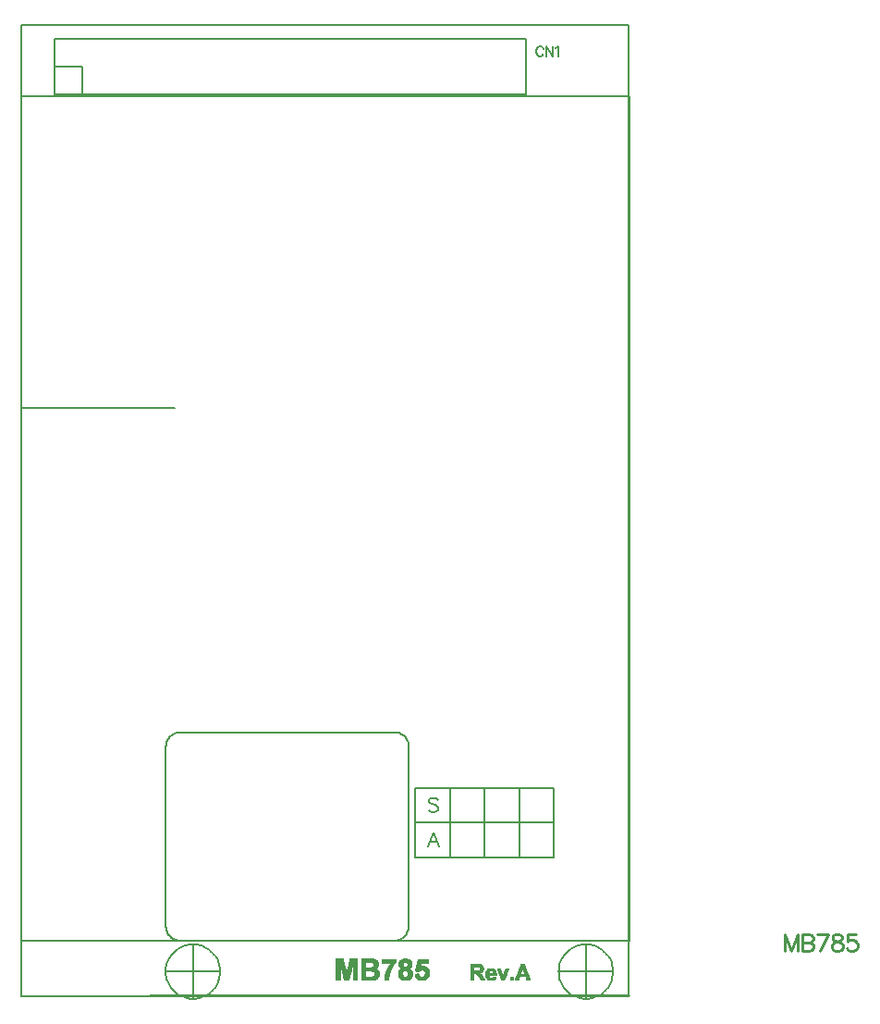
<source format=gbr>
%FSTAX23Y23*%
%MOIN*%
%SFA1B1*%

%IPPOS*%
%ADD10C,0.010000*%
%ADD11C,0.005000*%
%ADD13C,0.008000*%
%ADD34C,0.007000*%
%ADD35C,0.006000*%
%ADD36C,0.001000*%
%LNmb785a-1*%
%LPD*%
G54D10*
X-02495Y-0153D02*
Y-0159D01*
Y-0153D02*
X-02472Y-0159D01*
X-02449Y-0153D02*
X-02472Y-0159D01*
X-02449Y-0153D02*
Y-0159D01*
X-02432Y-0153D02*
Y-0159D01*
Y-0153D02*
X-02406D01*
X-02398Y-01533*
X-02395Y-01536*
X-02392Y-01541*
Y-01547*
X-02395Y-01553*
X-02398Y-01556*
X-02406Y-01559*
X-02432D02*
X-02406D01*
X-02398Y-01561*
X-02395Y-01564*
X-02392Y-0157*
Y-01579*
X-02395Y-01584*
X-02398Y-01587*
X-02406Y-0159*
X-02432*
X-02339Y-0153D02*
X-02367Y-0159D01*
X-02379Y-0153D02*
X-02339D01*
X-02311D02*
X-0232Y-01533D01*
X-02322Y-01539*
Y-01544*
X-0232Y-0155*
X-02314Y-01553*
X-02302Y-01556*
X-02294Y-01559*
X-02288Y-01564*
X-02285Y-0157*
Y-01579*
X-02288Y-01584*
X-02291Y-01587*
X-023Y-0159*
X-02311*
X-0232Y-01587*
X-02322Y-01584*
X-02325Y-01579*
Y-0157*
X-02322Y-01564*
X-02317Y-01559*
X-02308Y-01556*
X-02297Y-01553*
X-02291Y-0155*
X-02288Y-01544*
Y-01539*
X-02291Y-01533*
X-023Y-0153*
X-02311*
X-02238D02*
X-02266D01*
X-02269Y-01556*
X-02266Y-01553*
X-02258Y-0155*
X-02249*
X-0224Y-01553*
X-02235Y-01559*
X-02232Y-01567*
Y-01573*
X-02235Y-01581*
X-0224Y-01587*
X-02249Y-0159*
X-02258*
X-02266Y-01587*
X-02269Y-01584*
X-02272Y-01579*
G54D11*
X-05246Y-01752D02*
X-03056D01*
Y01748*
X-05246D02*
X-03056D01*
X-05246Y-01752D02*
Y01748D01*
Y00368D02*
X-04694D01*
X-0463Y-01664D02*
X-0453D01*
X-04726D02*
X-0463D01*
X-04628Y-01762D02*
Y-01567D01*
X-03212Y-01664D02*
X-03113D01*
X-03309D02*
X-03212D01*
X-03211Y-01762D02*
Y-01567D01*
X-04785Y-0175D02*
X-03055D01*
Y-01552D02*
Y01492D01*
X-05246D02*
X-03055D01*
X-05246Y-01552D02*
X-03055D01*
X-03851Y-00852D02*
D01*
X-03851Y-00848*
X-03851Y-00845*
X-03852Y-00841*
X-03852Y-00838*
X-03854Y-00834*
X-03855Y-00831*
X-03856Y-00828*
X-03858Y-00825*
X-0386Y-00822*
X-03862Y-00819*
X-03865Y-00817*
X-03867Y-00814*
X-0387Y-00812*
X-03873Y-0081*
X-03876Y-00808*
X-03879Y-00807*
X-03882Y-00805*
X-03885Y-00804*
X-03888Y-00803*
X-03892Y-00802*
X-03895Y-00802*
X-03899Y-00802*
X-03901Y-00802*
Y-01552D02*
D01*
X-03897Y-01551*
X-03894Y-01551*
X-0389Y-0155*
X-03887Y-0155*
X-03883Y-01548*
X-0388Y-01547*
X-03877Y-01546*
X-03874Y-01544*
X-03871Y-01542*
X-03868Y-0154*
X-03866Y-01537*
X-03863Y-01535*
X-03861Y-01532*
X-03859Y-01529*
X-03857Y-01527*
X-03856Y-01523*
X-03854Y-0152*
X-03853Y-01517*
X-03852Y-01514*
X-03851Y-0151*
X-03851Y-01507*
X-03851Y-01503*
X-03851Y-01502*
X-04676Y-00802D02*
D01*
X-04679Y-00802*
X-04682Y-00802*
X-04686Y-00803*
X-04689Y-00803*
X-04693Y-00805*
X-04696Y-00806*
X-04699Y-00807*
X-04702Y-00809*
X-04705Y-00811*
X-04708Y-00813*
X-0471Y-00816*
X-04713Y-00818*
X-04715Y-00821*
X-04717Y-00824*
X-04719Y-00827*
X-0472Y-0083*
X-04722Y-00833*
X-04723Y-00836*
X-04724Y-00839*
X-04725Y-00843*
X-04725Y-00846*
X-04725Y-0085*
X-04726Y-00852*
Y-01502D02*
D01*
X-04725Y-01505*
X-04725Y-01508*
X-04724Y-01512*
X-04724Y-01515*
X-04722Y-01519*
X-04721Y-01522*
X-0472Y-01525*
X-04718Y-01528*
X-04716Y-01531*
X-04714Y-01534*
X-04711Y-01536*
X-04709Y-01539*
X-04706Y-01541*
X-04703Y-01543*
X-04701Y-01545*
X-04697Y-01546*
X-04694Y-01548*
X-04691Y-01549*
X-04688Y-0155*
X-04684Y-01551*
X-04681Y-01551*
X-04677Y-01551*
X-04676Y-01552*
X-03056Y-01752D02*
Y01748D01*
X-05246D02*
X-03056D01*
X-03055Y-01552D02*
Y01492D01*
X-03056Y-01752D02*
Y01748D01*
X-05246D02*
X-03056D01*
X-05246Y-01752D02*
X-03056D01*
X-04786D02*
X-03056D01*
Y01553D01*
X-05246Y-01752D02*
Y01748D01*
X-04676Y-01552D02*
X-03901D01*
X-04676Y-00802D02*
X-03901D01*
X-03851Y-01502D02*
Y-00852D01*
X-04726Y-01502D02*
Y-00852D01*
G54D13*
X-03742Y-01213D02*
X-03761Y-01163D01*
X-0378Y-01213*
X-03773Y-01196D02*
X-03749D01*
X-03745Y-01045D02*
X-0375Y-0104D01*
X-03757Y-01038*
X-03767*
X-03774Y-0104*
X-03779Y-01045*
Y-0105*
X-03776Y-01054*
X-03774Y-01057*
X-03769Y-01059*
X-03755Y-01064*
X-0375Y-01066*
X-03748Y-01069*
X-03745Y-01073*
Y-01081*
X-0375Y-01085*
X-03757Y-01088*
X-03767*
X-03774Y-01085*
X-03779Y-01081*
G54D34*
X-03826Y-01002D02*
X-03326D01*
Y-01252D02*
Y-01002D01*
X-03826Y-01252D02*
X-03326D01*
X-03826D02*
Y-01002D01*
X-03701Y-01252D02*
Y-01002D01*
X-03576Y-01252D02*
Y-01002D01*
X-03451Y-01252D02*
Y-01002D01*
X-03326Y-01252D02*
Y-01002D01*
X-03826Y-01127D02*
X-03326D01*
G54D35*
X-04531Y-01664D02*
D01*
X-04531Y-01657*
X-04531Y-0165*
X-04533Y-01643*
X-04534Y-01636*
X-04536Y-0163*
X-04539Y-01624*
X-04542Y-01617*
X-04545Y-01612*
X-04549Y-01606*
X-04553Y-01601*
X-04558Y-01595*
X-04563Y-01591*
X-04568Y-01586*
X-04574Y-01582*
X-0458Y-01579*
X-04586Y-01575*
X-04592Y-01573*
X-04598Y-0157*
X-04605Y-01568*
X-04611Y-01567*
X-04618Y-01566*
X-04625Y-01566*
X-04632*
X-04639Y-01566*
X-04646Y-01567*
X-04652Y-01568*
X-04659Y-0157*
X-04665Y-01573*
X-04671Y-01575*
X-04678Y-01579*
X-04683Y-01582*
X-04689Y-01586*
X-04694Y-01591*
X-04699Y-01595*
X-04704Y-01601*
X-04708Y-01606*
X-04712Y-01612*
X-04715Y-01617*
X-04718Y-01624*
X-04721Y-0163*
X-04723Y-01636*
X-04724Y-01643*
X-04726Y-0165*
X-04726Y-01657*
X-04727Y-01664*
X-04726Y-0167*
X-04726Y-01677*
X-04724Y-01684*
X-04723Y-01691*
X-04721Y-01697*
X-04718Y-01703*
X-04715Y-0171*
X-04712Y-01715*
X-04708Y-01721*
X-04704Y-01726*
X-04699Y-01732*
X-04694Y-01736*
X-04689Y-01741*
X-04683Y-01745*
X-04678Y-01748*
X-04671Y-01752*
X-04665Y-01754*
X-04659Y-01757*
X-04652Y-01759*
X-04646Y-0176*
X-04639Y-01761*
X-04632Y-01761*
X-04625*
X-04618Y-01761*
X-04611Y-0176*
X-04605Y-01759*
X-04598Y-01757*
X-04592Y-01754*
X-04586Y-01752*
X-0458Y-01748*
X-04574Y-01745*
X-04568Y-01741*
X-04563Y-01736*
X-04558Y-01732*
X-04553Y-01726*
X-04549Y-01721*
X-04545Y-01715*
X-04542Y-0171*
X-04539Y-01703*
X-04536Y-01697*
X-04534Y-01691*
X-04533Y-01684*
X-04531Y-01677*
X-04531Y-0167*
X-04531Y-01664*
X-03114D02*
D01*
X-03114Y-01657*
X-03114Y-0165*
X-03116Y-01643*
X-03117Y-01636*
X-03119Y-0163*
X-03122Y-01624*
X-03125Y-01617*
X-03128Y-01612*
X-03132Y-01606*
X-03136Y-01601*
X-03141Y-01595*
X-03146Y-01591*
X-03151Y-01586*
X-03157Y-01582*
X-03163Y-01579*
X-03169Y-01575*
X-03175Y-01573*
X-03181Y-0157*
X-03188Y-01568*
X-03194Y-01567*
X-03201Y-01566*
X-03208Y-01566*
X-03215*
X-03222Y-01566*
X-03229Y-01567*
X-03235Y-01568*
X-03242Y-0157*
X-03248Y-01573*
X-03254Y-01575*
X-03261Y-01579*
X-03266Y-01582*
X-03272Y-01586*
X-03277Y-01591*
X-03282Y-01595*
X-03287Y-01601*
X-03291Y-01606*
X-03295Y-01612*
X-03298Y-01617*
X-03301Y-01624*
X-03304Y-0163*
X-03306Y-01636*
X-03307Y-01643*
X-03309Y-0165*
X-03309Y-01657*
X-0331Y-01664*
X-03309Y-0167*
X-03309Y-01677*
X-03307Y-01684*
X-03306Y-01691*
X-03304Y-01697*
X-03301Y-01703*
X-03298Y-0171*
X-03295Y-01715*
X-03291Y-01721*
X-03287Y-01726*
X-03282Y-01732*
X-03277Y-01736*
X-03272Y-01741*
X-03266Y-01745*
X-03261Y-01748*
X-03254Y-01752*
X-03248Y-01754*
X-03242Y-01757*
X-03235Y-01759*
X-03229Y-0176*
X-03222Y-01761*
X-03215Y-01761*
X-03208*
X-03201Y-01761*
X-03194Y-0176*
X-03188Y-01759*
X-03181Y-01757*
X-03175Y-01754*
X-03169Y-01752*
X-03162Y-01748*
X-03157Y-01745*
X-03151Y-01741*
X-03146Y-01736*
X-03141Y-01732*
X-03136Y-01726*
X-03132Y-01721*
X-03128Y-01715*
X-03125Y-0171*
X-03122Y-01703*
X-03119Y-01697*
X-03117Y-01691*
X-03116Y-01684*
X-03114Y-01677*
X-03114Y-0167*
X-03114Y-01664*
X-05026Y01498D02*
Y01598D01*
X-05126D02*
X-05026D01*
X-05126Y01698D02*
X-03426D01*
Y01498D02*
Y01698D01*
X-05126Y01498D02*
X-03426D01*
X-05126D02*
Y01698D01*
X-03364Y01662D02*
X-03366Y01666D01*
X-03369Y01669*
X-03373Y01671*
X-0338*
X-03383Y01669*
X-03387Y01666*
X-03388Y01662*
X-0339Y01657*
Y01649*
X-03388Y01644*
X-03387Y0164*
X-03383Y01637*
X-0338Y01635*
X-03373*
X-03369Y01637*
X-03366Y0164*
X-03364Y01644*
X-03354Y01671D02*
Y01635D01*
Y01671D02*
X-0333Y01635D01*
Y01671D02*
Y01635D01*
X-0332Y01664D02*
X-03317Y01666D01*
X-03312Y01671*
Y01635*
G54D36*
X-0387Y-01617D02*
X-03857D01*
X-04022D02*
X-03979D01*
X-04063D02*
X-04037D01*
X-04114D02*
X-04088D01*
X-03818Y-01618D02*
X-0378D01*
X-03874D02*
X-03853D01*
X-03949D02*
X-03898D01*
X-04022D02*
X-03974D01*
X-04063D02*
X-04037D01*
X-04114D02*
X-04088D01*
X-03818Y-01619D02*
X-0378D01*
X-03876D02*
X-03851D01*
X-03949D02*
X-03898D01*
X-04022D02*
X-03972D01*
X-04063D02*
X-04037D01*
X-04114D02*
X-04088D01*
X-03819Y-0162D02*
X-0378D01*
X-03878D02*
X-03849D01*
X-03949D02*
X-03898D01*
X-04022D02*
X-0397D01*
X-04063D02*
X-04037D01*
X-04114D02*
X-04088D01*
X-03819Y-01621D02*
X-0378D01*
X-0388D02*
X-03847D01*
X-03949D02*
X-03898D01*
X-04022D02*
X-03969D01*
X-04064D02*
X-04037D01*
X-04114D02*
X-04087D01*
X-03819Y-01622D02*
X-0378D01*
X-03881D02*
X-03846D01*
X-03949D02*
X-03898D01*
X-04022D02*
X-03967D01*
X-04064D02*
X-04037D01*
X-04114D02*
X-04087D01*
X-03819Y-01623D02*
X-0378D01*
X-03882D02*
X-03845D01*
X-03949D02*
X-03898D01*
X-04022D02*
X-03966D01*
X-04064D02*
X-04037D01*
X-04114D02*
X-04087D01*
X-03819Y-01624D02*
X-0378D01*
X-03883D02*
X-03844D01*
X-03949D02*
X-03898D01*
X-04022D02*
X-03965D01*
X-04064D02*
X-04037D01*
X-04114D02*
X-04087D01*
X-0382Y-01625D02*
X-0378D01*
X-03883D02*
X-03844D01*
X-03949D02*
X-03898D01*
X-04022D02*
X-03965D01*
X-04065D02*
X-04037D01*
X-04114D02*
X-04086D01*
X-0382Y-01626D02*
X-0378D01*
X-03884D02*
X-03843D01*
X-03949D02*
X-03898D01*
X-04022D02*
X-03964D01*
X-04065D02*
X-04037D01*
X-04114D02*
X-04086D01*
X-0382Y-01627D02*
X-0378D01*
X-03885D02*
X-03842D01*
X-03949D02*
X-03898D01*
X-04022D02*
X-03963D01*
X-04065D02*
X-04037D01*
X-04114D02*
X-04086D01*
X-0382Y-01628D02*
X-0378D01*
X-03885D02*
X-03842D01*
X-03949D02*
X-03898D01*
X-04022D02*
X-03963D01*
X-04065D02*
X-04037D01*
X-04114D02*
X-04086D01*
X-0382Y-01629D02*
X-0378D01*
X-0386D02*
X-03841D01*
X-03886D02*
X-03867D01*
X-03949D02*
X-03899D01*
X-04022D02*
X-03962D01*
X-04066D02*
X-04037D01*
X-04114D02*
X-04085D01*
X-03821Y-0163D02*
X-0378D01*
X-03858D02*
X-03841D01*
X-03886D02*
X-03869D01*
X-03949D02*
X-03899D01*
X-03983D02*
X-03962D01*
X-04022D02*
X-04007D01*
X-04066D02*
X-04037D01*
X-04114D02*
X-04085D01*
X-03821Y-01631D02*
X-0378D01*
X-03857D02*
X-03841D01*
X-03886D02*
X-0387D01*
X-03949D02*
X-039D01*
X-0398D02*
X-03962D01*
X-04022D02*
X-04007D01*
X-04066D02*
X-04037D01*
X-04114D02*
X-04085D01*
X-03821Y-01632D02*
X-0378D01*
X-03856D02*
X-0384D01*
X-03887D02*
X-03871D01*
X-03949D02*
X-03901D01*
X-03979D02*
X-03961D01*
X-04022D02*
X-04007D01*
X-04066D02*
X-04037D01*
X-04114D02*
X-04085D01*
X-03821Y-01633D02*
X-03806D01*
X-03856D02*
X-0384D01*
X-03887D02*
X-03871D01*
X-03915D02*
X-03902D01*
X-03978D02*
X-03961D01*
X-04022D02*
X-04007D01*
X-04052D02*
X-04037D01*
X-04067D02*
X-04053D01*
X-04098D02*
X-04084D01*
X-04114D02*
X-04099D01*
X-03821Y-01634D02*
X-03806D01*
X-03855D02*
X-0384D01*
X-03887D02*
X-03871D01*
X-03916D02*
X-03903D01*
X-03977D02*
X-03961D01*
X-04022D02*
X-04007D01*
X-04052D02*
X-04037D01*
X-04067D02*
X-04053D01*
X-04098D02*
X-04084D01*
X-04114D02*
X-04099D01*
X-03822Y-01635D02*
X-03807D01*
X-03855D02*
X-0384D01*
X-03887D02*
X-03872D01*
X-03917D02*
X-03904D01*
X-03977D02*
X-03961D01*
X-04022D02*
X-04007D01*
X-04052D02*
X-04037D01*
X-04067D02*
X-04053D01*
X-04098D02*
X-04084D01*
X-04114D02*
X-04099D01*
X-03446Y-01636D02*
X-03435D01*
X-03629D02*
X-03596D01*
X-03822D02*
X-03807D01*
X-03855D02*
X-0384D01*
X-03887D02*
X-03872D01*
X-03918D02*
X-03904D01*
X-03976D02*
X-03961D01*
X-04022D02*
X-04007D01*
X-04052D02*
X-04037D01*
X-04067D02*
X-04053D01*
X-04098D02*
X-04084D01*
X-04114D02*
X-04099D01*
X-03447Y-01637D02*
X-03434D01*
X-03629D02*
X-03591D01*
X-03822D02*
X-03807D01*
X-03855D02*
X-0384D01*
X-03887D02*
X-03872D01*
X-03919D02*
X-03905D01*
X-03976D02*
X-03961D01*
X-04022D02*
X-04007D01*
X-04052D02*
X-04037D01*
X-04068D02*
X-04053D01*
X-04098D02*
X-04083D01*
X-04114D02*
X-04099D01*
X-03447Y-01638D02*
X-03434D01*
X-03629D02*
X-03589D01*
X-03822D02*
X-03807D01*
X-03855D02*
X-0384D01*
X-03887D02*
X-03872D01*
X-03919D02*
X-03906D01*
X-03976D02*
X-03961D01*
X-04022D02*
X-04007D01*
X-04052D02*
X-04037D01*
X-04068D02*
X-04054D01*
X-04097D02*
X-04083D01*
X-04114D02*
X-04099D01*
X-03447Y-01639D02*
X-03434D01*
X-03629D02*
X-03588D01*
X-03822D02*
X-03807D01*
X-03855D02*
X-0384D01*
X-03887D02*
X-03872D01*
X-0392D02*
X-03906D01*
X-03976D02*
X-03961D01*
X-04022D02*
X-04007D01*
X-04052D02*
X-04037D01*
X-04068D02*
X-04054D01*
X-04097D02*
X-04083D01*
X-04114D02*
X-04099D01*
X-03448Y-0164D02*
X-03433D01*
X-03629D02*
X-03587D01*
X-03823D02*
X-03808D01*
X-03855D02*
X-0384D01*
X-03887D02*
X-03872D01*
X-03921D02*
X-03907D01*
X-03976D02*
X-03961D01*
X-04022D02*
X-04007D01*
X-04052D02*
X-04037D01*
X-04068D02*
X-04054D01*
X-04097D02*
X-04083D01*
X-04114D02*
X-04099D01*
X-03448Y-01641D02*
X-03433D01*
X-03629D02*
X-03586D01*
X-03823D02*
X-03808D01*
X-03856D02*
X-03841D01*
X-03886D02*
X-03871D01*
X-03921D02*
X-03908D01*
X-03976D02*
X-03962D01*
X-04022D02*
X-04007D01*
X-04052D02*
X-04037D01*
X-04069D02*
X-04054D01*
X-04097D02*
X-04082D01*
X-04114D02*
X-04099D01*
X-03449Y-01642D02*
X-03433D01*
X-03629D02*
X-03585D01*
X-03823D02*
X-03808D01*
X-03856D02*
X-03841D01*
X-03886D02*
X-03871D01*
X-03922D02*
X-03908D01*
X-03977D02*
X-03962D01*
X-04022D02*
X-04007D01*
X-04052D02*
X-04037D01*
X-04069D02*
X-04055D01*
X-04096D02*
X-04082D01*
X-04114D02*
X-04099D01*
X-03449Y-01643D02*
X-03432D01*
X-03629D02*
X-03584D01*
X-03823D02*
X-03808D01*
X-03856D02*
X-03841D01*
X-03886D02*
X-03871D01*
X-03923D02*
X-03909D01*
X-03977D02*
X-03962D01*
X-04022D02*
X-04007D01*
X-04052D02*
X-04037D01*
X-04069D02*
X-04055D01*
X-04096D02*
X-04082D01*
X-04114D02*
X-04099D01*
X-03449Y-01644D02*
X-03432D01*
X-03629D02*
X-03584D01*
X-03803D02*
X-03795D01*
X-03824D02*
X-03809D01*
X-03857D02*
X-03842D01*
X-03885D02*
X-0387D01*
X-03923D02*
X-0391D01*
X-03978D02*
X-03963D01*
X-04022D02*
X-04007D01*
X-04052D02*
X-04037D01*
X-04069D02*
X-04055D01*
X-04096D02*
X-04082D01*
X-04114D02*
X-04099D01*
X-0345Y-01645D02*
X-03431D01*
X-03629D02*
X-03583D01*
X-03806D02*
X-03791D01*
X-03824D02*
X-03809D01*
X-03858D02*
X-03842D01*
X-03885D02*
X-03869D01*
X-03924D02*
X-0391D01*
X-03979D02*
X-03963D01*
X-04022D02*
X-04007D01*
X-04052D02*
X-04037D01*
X-0407D02*
X-04055D01*
X-04096D02*
X-04081D01*
X-04114D02*
X-04099D01*
X-0345Y-01646D02*
X-03431D01*
X-03598D02*
X-03583D01*
X-03629D02*
X-03618D01*
X-03808D02*
X-03789D01*
X-03824D02*
X-03809D01*
X-0386D02*
X-03843D01*
X-03884D02*
X-03867D01*
X-03925D02*
X-03911D01*
X-03981D02*
X-03964D01*
X-04022D02*
X-04007D01*
X-04052D02*
X-04037D01*
X-0407D02*
X-04056D01*
X-04095D02*
X-04081D01*
X-04114D02*
X-04099D01*
X-0345Y-01647D02*
X-03431D01*
X-03596D02*
X-03583D01*
X-03629D02*
X-03618D01*
X-03824D02*
X-03788D01*
X-03883D02*
X-03844D01*
X-03925D02*
X-03911D01*
X-03983D02*
X-03964D01*
X-04022D02*
X-04007D01*
X-04052D02*
X-04037D01*
X-0407D02*
X-04056D01*
X-04095D02*
X-04081D01*
X-04114D02*
X-04099D01*
X-03451Y-01648D02*
X-0343D01*
X-03594D02*
X-03582D01*
X-03629D02*
X-03618D01*
X-03824D02*
X-03786D01*
X-03882D02*
X-03845D01*
X-03926D02*
X-03912D01*
X-04022D02*
X-03965D01*
X-04052D02*
X-04037D01*
X-0407D02*
X-04056D01*
X-04095D02*
X-04081D01*
X-04114D02*
X-04099D01*
X-03451Y-01649D02*
X-0343D01*
X-03594D02*
X-03582D01*
X-03629D02*
X-03618D01*
X-03825D02*
X-03785D01*
X-03881D02*
X-03846D01*
X-03926D02*
X-03912D01*
X-04022D02*
X-03966D01*
X-04052D02*
X-04037D01*
X-04071D02*
X-04056D01*
X-04095D02*
X-0408D01*
X-04114D02*
X-04099D01*
X-0344Y-0165D02*
X-0343D01*
X-03452D02*
X-03441D01*
X-03593D02*
X-03582D01*
X-03629D02*
X-03618D01*
X-03825D02*
X-03784D01*
X-0388D02*
X-03847D01*
X-03927D02*
X-03913D01*
X-04022D02*
X-03967D01*
X-04052D02*
X-04037D01*
X-04071D02*
X-04057D01*
X-04094D02*
X-0408D01*
X-04114D02*
X-04099D01*
X-0344Y-01651D02*
X-03429D01*
X-03452D02*
X-03441D01*
X-03559D02*
X-0355D01*
X-03593D02*
X-03582D01*
X-03629D02*
X-03618D01*
X-03825D02*
X-03783D01*
X-03878D02*
X-03849D01*
X-03927D02*
X-03913D01*
X-04022D02*
X-03968D01*
X-04052D02*
X-04037D01*
X-04071D02*
X-04057D01*
X-04094D02*
X-0408D01*
X-04114D02*
X-04099D01*
X-0344Y-01652D02*
X-03429D01*
X-03452D02*
X-03441D01*
X-03502D02*
X-03491D01*
X-03532D02*
X-03521D01*
X-03562D02*
X-03547D01*
X-03593D02*
X-03582D01*
X-03629D02*
X-03618D01*
X-03825D02*
X-03782D01*
X-03876D02*
X-03851D01*
X-03928D02*
X-03914D01*
X-04022D02*
X-0397D01*
X-04052D02*
X-04037D01*
X-04071D02*
X-04057D01*
X-04094D02*
X-0408D01*
X-04114D02*
X-04099D01*
X-03439Y-01653D02*
X-03428D01*
X-03453D02*
X-03442D01*
X-03502D02*
X-03491D01*
X-03532D02*
X-03521D01*
X-03564D02*
X-03545D01*
X-03593D02*
X-03582D01*
X-03629D02*
X-03618D01*
X-03825D02*
X-03781D01*
X-03878D02*
X-03849D01*
X-03928D02*
X-03914D01*
X-04022D02*
X-03971D01*
X-04052D02*
X-04037D01*
X-04072D02*
X-04057D01*
X-04094D02*
X-04079D01*
X-04114D02*
X-04099D01*
X-03439Y-01654D02*
X-03428D01*
X-03453D02*
X-03442D01*
X-03502D02*
X-03491D01*
X-03532D02*
X-03521D01*
X-03566D02*
X-03543D01*
X-03593D02*
X-03582D01*
X-03629D02*
X-03618D01*
X-03826D02*
X-03781D01*
X-0388D02*
X-03847D01*
X-03929D02*
X-03915D01*
X-04022D02*
X-03969D01*
X-04052D02*
X-04037D01*
X-04072D02*
X-04058D01*
X-04093D02*
X-04079D01*
X-04114D02*
X-04099D01*
X-03439Y-01655D02*
X-03428D01*
X-03453D02*
X-03442D01*
X-03503D02*
X-03492D01*
X-03531D02*
X-0352D01*
X-03567D02*
X-03542D01*
X-03593D02*
X-03582D01*
X-03629D02*
X-03618D01*
X-03826D02*
X-0378D01*
X-03881D02*
X-03846D01*
X-03929D02*
X-03915D01*
X-04022D02*
X-03967D01*
X-04052D02*
X-04037D01*
X-04072D02*
X-04058D01*
X-04093D02*
X-04079D01*
X-04114D02*
X-04099D01*
X-03438Y-01656D02*
X-03427D01*
X-03454D02*
X-03443D01*
X-03503D02*
X-03492D01*
X-03531D02*
X-0352D01*
X-03568D02*
X-03541D01*
X-03594D02*
X-03582D01*
X-03629D02*
X-03618D01*
X-03826D02*
X-0378D01*
X-03882D02*
X-03845D01*
X-0393D02*
X-03916D01*
X-04022D02*
X-03965D01*
X-04052D02*
X-04037D01*
X-04072D02*
X-04058D01*
X-04093D02*
X-04079D01*
X-04114D02*
X-04099D01*
X-03438Y-01657D02*
X-03427D01*
X-03454D02*
X-03443D01*
X-03503D02*
X-03493D01*
X-0353D02*
X-0352D01*
X-03569D02*
X-0354D01*
X-03595D02*
X-03583D01*
X-03629D02*
X-03618D01*
X-03799D02*
X-03779D01*
X-03826D02*
X-03806D01*
X-03883D02*
X-03844D01*
X-0393D02*
X-03916D01*
X-04022D02*
X-03964D01*
X-04052D02*
X-04037D01*
X-04073D02*
X-04058D01*
X-04093D02*
X-04078D01*
X-04114D02*
X-04099D01*
X-03437Y-01658D02*
X-03426D01*
X-03455D02*
X-03444D01*
X-03504D02*
X-03493D01*
X-0353D02*
X-03519D01*
X-0357D02*
X-03539D01*
X-03596D02*
X-03583D01*
X-03629D02*
X-03618D01*
X-03797D02*
X-03779D01*
X-03826D02*
X-03809D01*
X-03884D02*
X-03843D01*
X-03931D02*
X-03917D01*
X-04022D02*
X-03963D01*
X-04052D02*
X-04037D01*
X-04073D02*
X-04059D01*
X-04092D02*
X-04078D01*
X-04114D02*
X-04099D01*
X-03437Y-01659D02*
X-03426D01*
X-03455D02*
X-03444D01*
X-03504D02*
X-03493D01*
X-0353D02*
X-03519D01*
X-03552D02*
X-03538D01*
X-03571D02*
X-03557D01*
X-03599D02*
X-03583D01*
X-03629D02*
X-03618D01*
X-03796D02*
X-03778D01*
X-03827D02*
X-0381D01*
X-0386D02*
X-03842D01*
X-03885D02*
X-03867D01*
X-03931D02*
X-03917D01*
X-04022D02*
X-03962D01*
X-04052D02*
X-04037D01*
X-04073D02*
X-04059D01*
X-04092D02*
X-04078D01*
X-04114D02*
X-04099D01*
X-03437Y-0166D02*
X-03426D01*
X-03455D02*
X-03444D01*
X-03505D02*
X-03494D01*
X-03529D02*
X-03518D01*
X-0355D02*
X-03538D01*
X-03571D02*
X-03559D01*
X-03629D02*
X-03584D01*
X-03795D02*
X-03778D01*
X-03827D02*
X-03812D01*
X-03858D02*
X-03841D01*
X-03886D02*
X-03869D01*
X-03932D02*
X-03917D01*
X-04022D02*
X-03961D01*
X-04052D02*
X-04037D01*
X-04073D02*
X-04059D01*
X-04092D02*
X-04078D01*
X-04114D02*
X-04099D01*
X-03436Y-01661D02*
X-03425D01*
X-03456D02*
X-03445D01*
X-03505D02*
X-03494D01*
X-03529D02*
X-03518D01*
X-03549D02*
X-03537D01*
X-03572D02*
X-0356D01*
X-03629D02*
X-03584D01*
X-03794D02*
X-03778D01*
X-03825D02*
X-03813D01*
X-03857D02*
X-0384D01*
X-03886D02*
X-0387D01*
X-03932D02*
X-03918D01*
X-03983D02*
X-03961D01*
X-04022D02*
X-04007D01*
X-04052D02*
X-04037D01*
X-04073D02*
X-04059D01*
X-04092D02*
X-04078D01*
X-04114D02*
X-04099D01*
X-03436Y-01662D02*
X-03425D01*
X-03456D02*
X-03445D01*
X-03505D02*
X-03495D01*
X-03528D02*
X-03518D01*
X-03548D02*
X-03537D01*
X-03572D02*
X-03561D01*
X-03629D02*
X-03585D01*
X-03793D02*
X-03778D01*
X-03818D02*
X-03814D01*
X-03856D02*
X-0384D01*
X-03887D02*
X-03871D01*
X-03932D02*
X-03918D01*
X-03979D02*
X-0396D01*
X-04022D02*
X-04007D01*
X-04052D02*
X-04037D01*
X-04074D02*
X-0406D01*
X-04091D02*
X-04077D01*
X-04114D02*
X-04099D01*
X-03436Y-01663D02*
X-03425D01*
X-03456D02*
X-03445D01*
X-03506D02*
X-03495D01*
X-03528D02*
X-03517D01*
X-03547D02*
X-03537D01*
X-03572D02*
X-03562D01*
X-03629D02*
X-03586D01*
X-03793D02*
X-03777D01*
X-03855D02*
X-03839D01*
X-03887D02*
X-03872D01*
X-03933D02*
X-03918D01*
X-03977D02*
X-0396D01*
X-04022D02*
X-04007D01*
X-04052D02*
X-04037D01*
X-04074D02*
X-0406D01*
X-04091D02*
X-04077D01*
X-04114D02*
X-04099D01*
X-03435Y-01664D02*
X-03424D01*
X-03457D02*
X-03446D01*
X-03506D02*
X-03495D01*
X-03528D02*
X-03517D01*
X-03547D02*
X-03536D01*
X-03573D02*
X-03562D01*
X-03629D02*
X-03587D01*
X-03793D02*
X-03777D01*
X-03854D02*
X-03839D01*
X-03888D02*
X-03873D01*
X-03933D02*
X-03919D01*
X-03976D02*
X-03959D01*
X-04022D02*
X-04007D01*
X-04052D02*
X-04037D01*
X-04074D02*
X-0406D01*
X-04091D02*
X-04077D01*
X-04114D02*
X-04099D01*
X-03435Y-01665D02*
X-03424D01*
X-03457D02*
X-03446D01*
X-03506D02*
X-03496D01*
X-03527D02*
X-03517D01*
X-03546D02*
X-03536D01*
X-03573D02*
X-03562D01*
X-03629D02*
X-03588D01*
X-03792D02*
X-03777D01*
X-03854D02*
X-03839D01*
X-03888D02*
X-03873D01*
X-03933D02*
X-03919D01*
X-03975D02*
X-03959D01*
X-04022D02*
X-04007D01*
X-04052D02*
X-04037D01*
X-04074D02*
X-0406D01*
X-04091D02*
X-04077D01*
X-04114D02*
X-04099D01*
X-03435Y-01666D02*
X-03423D01*
X-03458D02*
X-03446D01*
X-03507D02*
X-03496D01*
X-03527D02*
X-03516D01*
X-03546D02*
X-03536D01*
X-03573D02*
X-03563D01*
X-03629D02*
X-0359D01*
X-03792D02*
X-03777D01*
X-03854D02*
X-03839D01*
X-03888D02*
X-03873D01*
X-03934D02*
X-03919D01*
X-03974D02*
X-03959D01*
X-04022D02*
X-04007D01*
X-04052D02*
X-04037D01*
X-04075D02*
X-0406D01*
X-04091D02*
X-04076D01*
X-04114D02*
X-04099D01*
X-03434Y-01667D02*
X-03423D01*
X-03458D02*
X-03447D01*
X-03507D02*
X-03496D01*
X-03526D02*
X-03516D01*
X-03546D02*
X-03536D01*
X-03574D02*
X-03563D01*
X-03629D02*
X-03592D01*
X-03792D02*
X-03777D01*
X-03853D02*
X-03838D01*
X-03889D02*
X-03874D01*
X-03934D02*
X-0392D01*
X-03974D02*
X-03958D01*
X-04022D02*
X-04007D01*
X-04052D02*
X-04037D01*
X-04075D02*
X-04061D01*
X-0409D02*
X-04076D01*
X-04114D02*
X-04099D01*
X-03434Y-01668D02*
X-03423D01*
X-03458D02*
X-03447D01*
X-03507D02*
X-03497D01*
X-03526D02*
X-03516D01*
X-03546D02*
X-03535D01*
X-03574D02*
X-03563D01*
X-03629D02*
X-03596D01*
X-03792D02*
X-03777D01*
X-03853D02*
X-03838D01*
X-03889D02*
X-03874D01*
X-03935D02*
X-0392D01*
X-03973D02*
X-03958D01*
X-04022D02*
X-04007D01*
X-04052D02*
X-04037D01*
X-04075D02*
X-04061D01*
X-0409D02*
X-04076D01*
X-04114D02*
X-04099D01*
X-03433Y-01669D02*
X-03422D01*
X-03459D02*
X-03447D01*
X-03508D02*
X-03497D01*
X-03526D02*
X-03515D01*
X-03574D02*
X-03535D01*
X-03629D02*
X-03595D01*
X-03792D02*
X-03777D01*
X-03853D02*
X-03838D01*
X-03889D02*
X-03874D01*
X-03935D02*
X-0392D01*
X-03973D02*
X-03958D01*
X-04022D02*
X-04007D01*
X-04052D02*
X-04037D01*
X-04075D02*
X-04061D01*
X-0409D02*
X-04076D01*
X-04114D02*
X-04099D01*
X-03433Y-0167D02*
X-03422D01*
X-03459D02*
X-03448D01*
X-03508D02*
X-03498D01*
X-03525D02*
X-03515D01*
X-03574D02*
X-03535D01*
X-03609D02*
X-03593D01*
X-03629D02*
X-03618D01*
X-03792D02*
X-03777D01*
X-0382D02*
X-03816D01*
X-03853D02*
X-03838D01*
X-03889D02*
X-03874D01*
X-03935D02*
X-03921D01*
X-03973D02*
X-03958D01*
X-04022D02*
X-04007D01*
X-04052D02*
X-04037D01*
X-0409D02*
X-04061D01*
X-04114D02*
X-04099D01*
X-0346Y-01671D02*
X-03422D01*
X-03509D02*
X-03498D01*
X-03525D02*
X-03514D01*
X-03574D02*
X-03535D01*
X-03607D02*
X-03592D01*
X-03629D02*
X-03618D01*
X-03792D02*
X-03777D01*
X-03828D02*
X-03816D01*
X-03853D02*
X-03838D01*
X-03889D02*
X-03874D01*
X-03935D02*
X-03921D01*
X-03973D02*
X-03958D01*
X-04022D02*
X-04007D01*
X-04052D02*
X-04037D01*
X-04089D02*
X-04062D01*
X-04114D02*
X-04099D01*
X-0346Y-01672D02*
X-03421D01*
X-03509D02*
X-03498D01*
X-03525D02*
X-03514D01*
X-03574D02*
X-03535D01*
X-03606D02*
X-03591D01*
X-03629D02*
X-03618D01*
X-03792D02*
X-03777D01*
X-03829D02*
X-03816D01*
X-03853D02*
X-03838D01*
X-03889D02*
X-03874D01*
X-03936D02*
X-03921D01*
X-03973D02*
X-03958D01*
X-04022D02*
X-04007D01*
X-04052D02*
X-04037D01*
X-04089D02*
X-04062D01*
X-04114D02*
X-04099D01*
X-0346Y-01673D02*
X-03421D01*
X-03509D02*
X-03499D01*
X-03524D02*
X-03514D01*
X-03574D02*
X-03535D01*
X-03604D02*
X-0359D01*
X-03629D02*
X-03618D01*
X-03792D02*
X-03777D01*
X-03829D02*
X-03815D01*
X-03853D02*
X-03838D01*
X-03889D02*
X-03874D01*
X-03936D02*
X-03921D01*
X-03973D02*
X-03958D01*
X-04022D02*
X-04007D01*
X-04052D02*
X-04037D01*
X-04089D02*
X-04062D01*
X-04114D02*
X-04099D01*
X-03461Y-01674D02*
X-0342D01*
X-0351D02*
X-03499D01*
X-03524D02*
X-03513D01*
X-03574D02*
X-03535D01*
X-03604D02*
X-03589D01*
X-03629D02*
X-03618D01*
X-03793D02*
X-03778D01*
X-03829D02*
X-03815D01*
X-03853D02*
X-03838D01*
X-03889D02*
X-03874D01*
X-03936D02*
X-03922D01*
X-03973D02*
X-03958D01*
X-04022D02*
X-04007D01*
X-04052D02*
X-04037D01*
X-04089D02*
X-04062D01*
X-04114D02*
X-04099D01*
X-03461Y-01675D02*
X-0342D01*
X-0351D02*
X-03499D01*
X-03523D02*
X-03513D01*
X-03574D02*
X-03535D01*
X-03603D02*
X-03589D01*
X-03629D02*
X-03618D01*
X-03793D02*
X-03778D01*
X-03828D02*
X-03814D01*
X-03854D02*
X-03838D01*
X-03889D02*
X-03873D01*
X-03936D02*
X-03922D01*
X-03974D02*
X-03958D01*
X-04022D02*
X-04007D01*
X-04052D02*
X-04037D01*
X-04088D02*
X-04063D01*
X-04114D02*
X-04099D01*
X-03461Y-01676D02*
X-0342D01*
X-0351D02*
X-035D01*
X-03523D02*
X-03513D01*
X-03574D02*
X-03563D01*
X-03602D02*
X-03588D01*
X-03629D02*
X-03618D01*
X-03794D02*
X-03778D01*
X-03828D02*
X-03814D01*
X-03854D02*
X-03838D01*
X-03889D02*
X-03873D01*
X-03937D02*
X-03922D01*
X-03974D02*
X-03958D01*
X-04022D02*
X-04007D01*
X-04052D02*
X-04037D01*
X-04088D02*
X-04063D01*
X-04114D02*
X-04099D01*
X-03462Y-01677D02*
X-03419D01*
X-03511D02*
X-035D01*
X-03523D02*
X-03512D01*
X-03574D02*
X-03563D01*
X-03601D02*
X-03587D01*
X-03629D02*
X-03618D01*
X-03794D02*
X-03778D01*
X-03828D02*
X-03813D01*
X-03854D02*
X-03839D01*
X-03888D02*
X-03872D01*
X-03937D02*
X-03922D01*
X-03975D02*
X-03959D01*
X-04022D02*
X-04007D01*
X-04052D02*
X-04037D01*
X-04088D02*
X-04063D01*
X-04114D02*
X-04099D01*
X-03462Y-01678D02*
X-03419D01*
X-03511D02*
X-03501D01*
X-03522D02*
X-03512D01*
X-03574D02*
X-03563D01*
X-036D02*
X-03587D01*
X-03629D02*
X-03618D01*
X-03795D02*
X-03779D01*
X-03827D02*
X-03812D01*
X-03855D02*
X-03839D01*
X-03888D02*
X-03872D01*
X-03937D02*
X-03922D01*
X-03976D02*
X-03959D01*
X-04022D02*
X-04007D01*
X-04052D02*
X-04037D01*
X-04088D02*
X-04063D01*
X-04114D02*
X-04099D01*
X-03463Y-01679D02*
X-03419D01*
X-03511D02*
X-03501D01*
X-03522D02*
X-03512D01*
X-03573D02*
X-03563D01*
X-03599D02*
X-03586D01*
X-03629D02*
X-03618D01*
X-03796D02*
X-03779D01*
X-03827D02*
X-03811D01*
X-03856D02*
X-03839D01*
X-03888D02*
X-03871D01*
X-03937D02*
X-03923D01*
X-03978D02*
X-03959D01*
X-04022D02*
X-04007D01*
X-04052D02*
X-04037D01*
X-04087D02*
X-04064D01*
X-04114D02*
X-04099D01*
X-03463Y-0168D02*
X-03418D01*
X-03511D02*
X-03501D01*
X-03521D02*
X-03512D01*
X-03573D02*
X-03562D01*
X-03599D02*
X-03585D01*
X-03629D02*
X-03618D01*
X-03798D02*
X-0378D01*
X-03827D02*
X-0381D01*
X-03857D02*
X-0384D01*
X-03888D02*
X-0387D01*
X-03938D02*
X-03923D01*
X-03981D02*
X-0396D01*
X-04022D02*
X-04007D01*
X-04052D02*
X-04037D01*
X-04087D02*
X-04064D01*
X-04114D02*
X-04099D01*
X-03429Y-01681D02*
X-03418D01*
X-03463D02*
X-03452D01*
X-03521D02*
X-03502D01*
X-03547D02*
X-03541D01*
X-03573D02*
X-03562D01*
X-03598D02*
X-03585D01*
X-03629D02*
X-03618D01*
X-038D02*
X-0378D01*
X-03826D02*
X-03807D01*
X-03858D02*
X-0384D01*
X-03887D02*
X-03869D01*
X-03938D02*
X-03923D01*
X-04022D02*
X-0396D01*
X-04052D02*
X-04037D01*
X-04087D02*
X-04064D01*
X-04114D02*
X-04099D01*
X-03429Y-01682D02*
X-03417D01*
X-03464D02*
X-03452D01*
X-03521D02*
X-03502D01*
X-03548D02*
X-03536D01*
X-03573D02*
X-03561D01*
X-03597D02*
X-03584D01*
X-03629D02*
X-03618D01*
X-03826D02*
X-03781D01*
X-0386D02*
X-0384D01*
X-03887D02*
X-03867D01*
X-03938D02*
X-03923D01*
X-04022D02*
X-03961D01*
X-04052D02*
X-04037D01*
X-04087D02*
X-04064D01*
X-04114D02*
X-04099D01*
X-03428Y-01683D02*
X-03417D01*
X-03464D02*
X-03453D01*
X-03484D02*
X-03473D01*
X-0352D02*
X-03503D01*
X-03548D02*
X-03537D01*
X-03572D02*
X-03561D01*
X-03597D02*
X-03584D01*
X-03629D02*
X-03618D01*
X-03825D02*
X-03781D01*
X-03886D02*
X-03841D01*
X-03938D02*
X-03923D01*
X-04022D02*
X-03961D01*
X-04052D02*
X-04037D01*
X-04086D02*
X-04065D01*
X-04114D02*
X-04099D01*
X-03428Y-01684D02*
X-03417D01*
X-03464D02*
X-03453D01*
X-03484D02*
X-03473D01*
X-0352D02*
X-03503D01*
X-03549D02*
X-03537D01*
X-03572D02*
X-0356D01*
X-03596D02*
X-03583D01*
X-03629D02*
X-03618D01*
X-03825D02*
X-03782D01*
X-03885D02*
X-03842D01*
X-03938D02*
X-03923D01*
X-04022D02*
X-03962D01*
X-04052D02*
X-04037D01*
X-04086D02*
X-04065D01*
X-04114D02*
X-04099D01*
X-03428Y-01685D02*
X-03416D01*
X-03465D02*
X-03453D01*
X-03484D02*
X-03473D01*
X-0352D02*
X-03503D01*
X-0355D02*
X-03537D01*
X-03571D02*
X-03559D01*
X-03595D02*
X-03582D01*
X-03629D02*
X-03618D01*
X-03824D02*
X-03783D01*
X-03885D02*
X-03842D01*
X-03938D02*
X-03924D01*
X-04022D02*
X-03963D01*
X-04052D02*
X-04037D01*
X-04086D02*
X-04065D01*
X-04114D02*
X-04099D01*
X-03427Y-01686D02*
X-03416D01*
X-03465D02*
X-03454D01*
X-03484D02*
X-03473D01*
X-03519D02*
X-03504D01*
X-03551D02*
X-03538D01*
X-03571D02*
X-03557D01*
X-03595D02*
X-03582D01*
X-03629D02*
X-03618D01*
X-03823D02*
X-03784D01*
X-03884D02*
X-03843D01*
X-03938D02*
X-03924D01*
X-04022D02*
X-03963D01*
X-04052D02*
X-04037D01*
X-04086D02*
X-04065D01*
X-04114D02*
X-04099D01*
X-03427Y-01687D02*
X-03415D01*
X-03466D02*
X-03454D01*
X-03484D02*
X-03473D01*
X-03519D02*
X-03504D01*
X-0357D02*
X-03539D01*
X-03594D02*
X-03581D01*
X-03629D02*
X-03618D01*
X-03822D02*
X-03785D01*
X-03883D02*
X-03844D01*
X-03939D02*
X-03924D01*
X-04022D02*
X-03964D01*
X-04052D02*
X-04037D01*
X-04085D02*
X-04066D01*
X-04114D02*
X-04099D01*
X-03427Y-01688D02*
X-03415D01*
X-03466D02*
X-03454D01*
X-03484D02*
X-03473D01*
X-03518D02*
X-03504D01*
X-03569D02*
X-03539D01*
X-03593D02*
X-03581D01*
X-03629D02*
X-03618D01*
X-03821D02*
X-03786D01*
X-03882D02*
X-03845D01*
X-03939D02*
X-03924D01*
X-04022D02*
X-03965D01*
X-04052D02*
X-04037D01*
X-04085D02*
X-04066D01*
X-04114D02*
X-04099D01*
X-03426Y-01689D02*
X-03415D01*
X-03466D02*
X-03455D01*
X-03484D02*
X-03473D01*
X-03518D02*
X-03505D01*
X-03569D02*
X-0354D01*
X-03593D02*
X-0358D01*
X-03629D02*
X-03618D01*
X-0382D02*
X-03787D01*
X-03881D02*
X-03846D01*
X-03939D02*
X-03924D01*
X-04022D02*
X-03967D01*
X-04052D02*
X-04037D01*
X-04085D02*
X-04066D01*
X-04114D02*
X-04099D01*
X-03426Y-0169D02*
X-03414D01*
X-03467D02*
X-03455D01*
X-03484D02*
X-03473D01*
X-03518D02*
X-03505D01*
X-03568D02*
X-03541D01*
X-03592D02*
X-03579D01*
X-03629D02*
X-03618D01*
X-03819D02*
X-03788D01*
X-03879D02*
X-03847D01*
X-03939D02*
X-03924D01*
X-04022D02*
X-03968D01*
X-04052D02*
X-04037D01*
X-04085D02*
X-04066D01*
X-04114D02*
X-04099D01*
X-03426Y-01691D02*
X-03414D01*
X-03467D02*
X-03455D01*
X-03484D02*
X-03473D01*
X-03517D02*
X-03506D01*
X-03566D02*
X-03542D01*
X-03591D02*
X-03579D01*
X-03629D02*
X-03618D01*
X-03817D02*
X-0379D01*
X-03878D02*
X-03849D01*
X-03939D02*
X-03924D01*
X-04022D02*
X-0397D01*
X-04052D02*
X-04037D01*
X-04084D02*
X-04067D01*
X-04114D02*
X-04099D01*
X-03425Y-01692D02*
X-03414D01*
X-03467D02*
X-03456D01*
X-03484D02*
X-03473D01*
X-03517D02*
X-03506D01*
X-03565D02*
X-03544D01*
X-03591D02*
X-03578D01*
X-03629D02*
X-03618D01*
X-03815D02*
X-03791D01*
X-03876D02*
X-03851D01*
X-03939D02*
X-03924D01*
X-04022D02*
X-03972D01*
X-04052D02*
X-04037D01*
X-04084D02*
X-04067D01*
X-04114D02*
X-04099D01*
X-03425Y-01693D02*
X-03413D01*
X-03468D02*
X-03456D01*
X-03484D02*
X-03473D01*
X-03516D02*
X-03506D01*
X-03563D02*
X-03546D01*
X-0359D02*
X-03577D01*
X-03629D02*
X-03618D01*
X-03813D02*
X-03794D01*
X-03873D02*
X-03853D01*
X-03939D02*
X-03924D01*
X-04022D02*
X-03978D01*
X-04052D02*
X-04037D01*
X-04084D02*
X-04067D01*
X-04114D02*
X-04099D01*
X-03559Y-01694D02*
X-03549D01*
X-03809D02*
X-03798D01*
X-03869D02*
X-03857D01*
M02*
</source>
